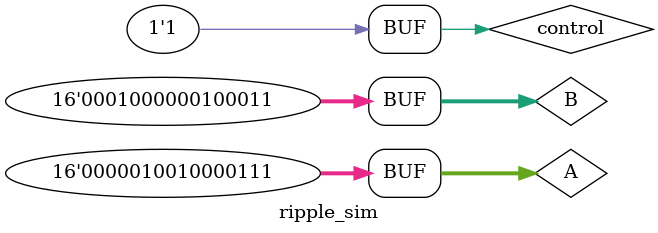
<source format=v>
`timescale 1ns / 1ps


module ripple_sim();

    reg [15:0] A;
    reg [15:0] B;
    reg control;
    reg Cin;
    wire [15:0] Sum;
    wire Carry;
    wire overflow;
    
    ripple_16bAddSub UUT(.A(A), .B(B), .control(control), .Cin(Cin), .Sum(Sum), .Carry(Carry), .overflow(overflow));
    
    
    initial begin
   
    //47 + 15 = 62
    control = 0;
    A = 47;
    B = 15;
    #10;
   
   //(-30577) - (-28671) = -1906
    control = 1;
   	A = -30577;
    B = -28671;
    #10;
    
    //1031 + 4099 = 5130
    control = 0;
    A = 1031;
    B = 4099;
    #10;
    
    //12321 + 30123 = 42444 OVERFLOW
    control = 0;
    A = 12321;
    B = 30123;
    #10;
   
    //1159 - 4131 = -2972
    control = 1;
    A = 1159;
    B = 4131;
    #10;
    
    end
endmodule

</source>
